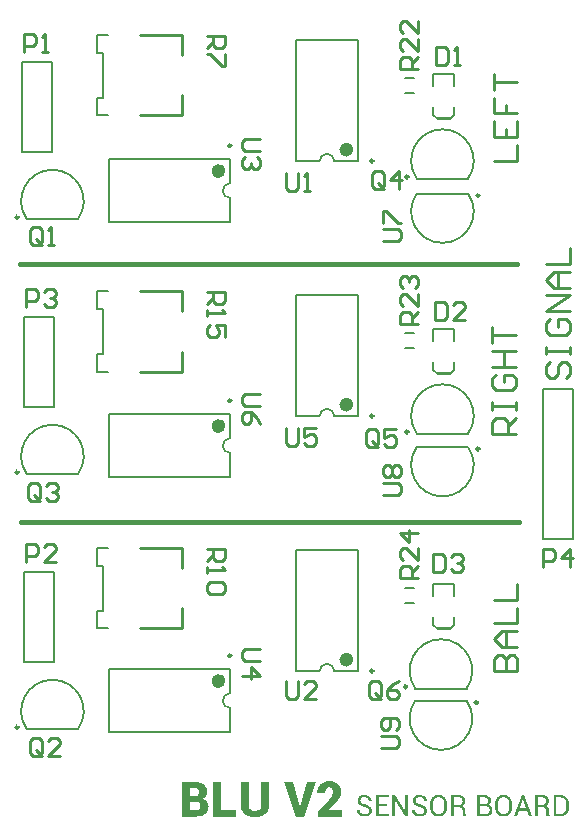
<source format=gto>
G04 Layer_Color=65535*
%FSLAX44Y44*%
%MOMM*%
G71*
G01*
G75*
%ADD27C,0.2000*%
%ADD28C,0.2500*%
%ADD29C,0.6000*%
%ADD30C,0.4000*%
%ADD31C,0.2540*%
%ADD32C,0.1270*%
G36*
X384756Y38038D02*
X385020D01*
X385284Y38009D01*
X385606Y37950D01*
X385928Y37892D01*
X386631Y37745D01*
X387392Y37511D01*
X388095Y37189D01*
X388417Y36984D01*
X388710Y36750D01*
X388739D01*
X388769Y36691D01*
X388857Y36603D01*
X388944Y36515D01*
X389062Y36369D01*
X389208Y36222D01*
X389501Y35812D01*
X389764Y35256D01*
X390028Y34612D01*
X390204Y33879D01*
X390233Y33440D01*
X390262Y33001D01*
Y32972D01*
Y32942D01*
Y32767D01*
X390233Y32503D01*
X390174Y32181D01*
X390087Y31800D01*
X389969Y31419D01*
X389794Y31010D01*
X389559Y30600D01*
X389530Y30570D01*
X389442Y30424D01*
X389267Y30248D01*
X389032Y30043D01*
X388739Y29779D01*
X388388Y29516D01*
X387978Y29252D01*
X387480Y29018D01*
X387509D01*
X387539Y28989D01*
X387714Y28930D01*
X387978Y28813D01*
X388300Y28637D01*
X388652Y28432D01*
X389003Y28169D01*
X389325Y27847D01*
X389589Y27466D01*
X389618Y27407D01*
X389677Y27290D01*
X389794Y27056D01*
X389911Y26734D01*
X390028Y26353D01*
X390145Y25914D01*
X390204Y25387D01*
X390233Y24830D01*
Y23161D01*
Y23131D01*
Y23014D01*
Y22868D01*
X390262Y22663D01*
Y22429D01*
X390321Y22194D01*
X390409Y21667D01*
Y21638D01*
X390438Y21550D01*
X390496Y21433D01*
X390555Y21286D01*
X390731Y20964D01*
X391024Y20613D01*
Y20320D01*
X388564D01*
X388534Y20349D01*
X388476Y20408D01*
X388417Y20496D01*
X388300Y20613D01*
X388212Y20789D01*
X388095Y20994D01*
X388007Y21257D01*
X387949Y21521D01*
Y21550D01*
X387919Y21667D01*
Y21814D01*
X387890Y22048D01*
X387861Y22282D01*
Y22575D01*
X387831Y23190D01*
Y24801D01*
Y24830D01*
Y24859D01*
Y25035D01*
X387802Y25299D01*
X387714Y25621D01*
X387626Y26002D01*
X387480Y26382D01*
X387275Y26763D01*
X386982Y27114D01*
X386953Y27144D01*
X386836Y27261D01*
X386631Y27407D01*
X386396Y27554D01*
X386045Y27729D01*
X385664Y27847D01*
X385225Y27964D01*
X384727Y27993D01*
X380598D01*
Y20320D01*
X378196D01*
Y38067D01*
X384581D01*
X384756Y38038D01*
D02*
G37*
G36*
X406575D02*
X406809D01*
X407072Y38009D01*
X407365Y37980D01*
X407687Y37921D01*
X408390Y37775D01*
X409123Y37570D01*
X409825Y37277D01*
X410470Y36867D01*
X410499D01*
X410528Y36808D01*
X410704Y36632D01*
X410968Y36369D01*
X411260Y35959D01*
X411553Y35461D01*
X411817Y34846D01*
X411993Y34114D01*
X412022Y33704D01*
X412051Y33265D01*
Y33206D01*
Y33059D01*
X412022Y32854D01*
X411963Y32591D01*
X411875Y32269D01*
X411729Y31917D01*
X411553Y31566D01*
X411319Y31214D01*
X411290Y31185D01*
X411202Y31068D01*
X411026Y30892D01*
X410821Y30687D01*
X410558Y30482D01*
X410235Y30248D01*
X409855Y30014D01*
X409445Y29809D01*
X409533D01*
X409620Y29779D01*
X409738Y29750D01*
X410060Y29662D01*
X410440Y29545D01*
X410880Y29340D01*
X411348Y29077D01*
X411788Y28725D01*
X412198Y28286D01*
X412256Y28227D01*
X412373Y28052D01*
X412520Y27788D01*
X412725Y27436D01*
X412901Y26997D01*
X413076Y26499D01*
X413193Y25943D01*
X413223Y25328D01*
Y25299D01*
Y25211D01*
Y25094D01*
X413193Y24918D01*
X413164Y24713D01*
X413135Y24479D01*
X413018Y23951D01*
X412842Y23337D01*
X412549Y22722D01*
X412373Y22399D01*
X412168Y22106D01*
X411934Y21843D01*
X411641Y21579D01*
X411612D01*
X411583Y21521D01*
X411465Y21462D01*
X411348Y21374D01*
X411202Y21286D01*
X410997Y21169D01*
X410763Y21081D01*
X410528Y20964D01*
X410235Y20847D01*
X409913Y20730D01*
X409562Y20613D01*
X409181Y20525D01*
X408332Y20379D01*
X407863Y20349D01*
X407365Y20320D01*
X400307D01*
Y38067D01*
X406370D01*
X406575Y38038D01*
D02*
G37*
G36*
X305332Y38302D02*
X305567Y38272D01*
X305830Y38243D01*
X306152Y38185D01*
X306474Y38126D01*
X307207Y37950D01*
X307939Y37657D01*
X308319Y37482D01*
X308671Y37247D01*
X309022Y37013D01*
X309345Y36720D01*
X309374Y36691D01*
X309403Y36662D01*
X309491Y36574D01*
X309608Y36427D01*
X309725Y36281D01*
X309872Y36105D01*
X310165Y35666D01*
X310487Y35139D01*
X310721Y34495D01*
X310838Y34143D01*
X310897Y33792D01*
X310955Y33411D01*
Y33030D01*
X310926Y32942D01*
X308642D01*
Y32972D01*
Y33001D01*
Y33089D01*
X308612Y33206D01*
X308583Y33470D01*
X308524Y33821D01*
X308378Y34231D01*
X308202Y34641D01*
X307939Y35051D01*
X307587Y35432D01*
X307529Y35461D01*
X307412Y35578D01*
X307177Y35754D01*
X306855Y35930D01*
X306474Y36105D01*
X306006Y36281D01*
X305449Y36398D01*
X304864Y36427D01*
X304600D01*
X304278Y36398D01*
X303927Y36340D01*
X303487Y36222D01*
X303077Y36076D01*
X302667Y35871D01*
X302286Y35607D01*
X302257Y35578D01*
X302140Y35461D01*
X302023Y35285D01*
X301847Y35051D01*
X301701Y34729D01*
X301554Y34377D01*
X301437Y33967D01*
X301408Y33499D01*
Y33440D01*
X301437Y33294D01*
X301467Y33089D01*
X301525Y32825D01*
X301642Y32503D01*
X301818Y32181D01*
X302052Y31859D01*
X302374Y31537D01*
X302433Y31507D01*
X302579Y31419D01*
X302814Y31273D01*
X303136Y31097D01*
X303604Y30863D01*
X304132Y30658D01*
X304805Y30424D01*
X305567Y30189D01*
X305596D01*
X305684Y30160D01*
X305830Y30131D01*
X306006Y30072D01*
X306240Y29984D01*
X306504Y29897D01*
X307089Y29692D01*
X307763Y29399D01*
X308437Y29047D01*
X309081Y28637D01*
X309403Y28403D01*
X309667Y28139D01*
X309696Y28110D01*
X309725Y28081D01*
X309784Y27993D01*
X309901Y27905D01*
X310106Y27612D01*
X310369Y27232D01*
X310633Y26734D01*
X310867Y26177D01*
X311014Y25504D01*
X311043Y25182D01*
X311072Y24801D01*
Y24771D01*
Y24713D01*
Y24596D01*
X311043Y24449D01*
X311014Y24274D01*
X310984Y24069D01*
X310867Y23571D01*
X310662Y23014D01*
X310516Y22751D01*
X310369Y22458D01*
X310165Y22165D01*
X309930Y21902D01*
X309667Y21638D01*
X309374Y21374D01*
X309345D01*
X309286Y21316D01*
X309198Y21257D01*
X309081Y21169D01*
X308905Y21081D01*
X308700Y20964D01*
X308466Y20847D01*
X308173Y20730D01*
X307880Y20613D01*
X307558Y20496D01*
X307177Y20379D01*
X306797Y20291D01*
X305918Y20144D01*
X305449Y20115D01*
X304951Y20086D01*
X304688D01*
X304512Y20115D01*
X304307D01*
X304044Y20174D01*
X303751Y20203D01*
X303429Y20261D01*
X302726Y20437D01*
X301964Y20671D01*
X301174Y21023D01*
X300793Y21257D01*
X300412Y21491D01*
X300383Y21521D01*
X300324Y21550D01*
X300236Y21638D01*
X300119Y21755D01*
X299973Y21902D01*
X299797Y22077D01*
X299621Y22282D01*
X299446Y22517D01*
X299094Y23073D01*
X298772Y23717D01*
X298655Y24098D01*
X298567Y24508D01*
X298509Y24918D01*
Y25357D01*
X298538Y25416D01*
X300822D01*
Y25387D01*
Y25357D01*
Y25269D01*
X300851Y25152D01*
X300881Y24830D01*
X300969Y24479D01*
X301144Y24039D01*
X301349Y23629D01*
X301672Y23219D01*
X301847Y23014D01*
X302082Y22839D01*
X302111D01*
X302140Y22809D01*
X302316Y22692D01*
X302579Y22546D01*
X302931Y22399D01*
X303341Y22224D01*
X303839Y22077D01*
X304366Y21960D01*
X304951Y21931D01*
X305244D01*
X305537Y21960D01*
X305947Y22019D01*
X306387Y22106D01*
X306826Y22253D01*
X307265Y22429D01*
X307675Y22692D01*
X307704Y22722D01*
X307822Y22839D01*
X307997Y23014D01*
X308173Y23249D01*
X308349Y23542D01*
X308524Y23893D01*
X308642Y24303D01*
X308671Y24771D01*
Y24830D01*
Y24976D01*
X308612Y25211D01*
X308554Y25474D01*
X308466Y25796D01*
X308290Y26148D01*
X308085Y26470D01*
X307792Y26792D01*
X307763Y26821D01*
X307617Y26939D01*
X307412Y27085D01*
X307089Y27290D01*
X306650Y27495D01*
X306152Y27729D01*
X305508Y27964D01*
X305127Y28081D01*
X304746Y28198D01*
X304717D01*
X304629Y28227D01*
X304483Y28257D01*
X304307Y28315D01*
X304073Y28403D01*
X303809Y28491D01*
X303517Y28579D01*
X303194Y28696D01*
X302521Y28959D01*
X301818Y29311D01*
X301115Y29721D01*
X300500Y30160D01*
X300471Y30189D01*
X300441Y30219D01*
X300266Y30394D01*
X300032Y30687D01*
X299768Y31068D01*
X299475Y31537D01*
X299241Y32093D01*
X299065Y32737D01*
X299036Y33089D01*
X299006Y33440D01*
Y33470D01*
Y33528D01*
Y33645D01*
X299036Y33792D01*
X299065Y33967D01*
X299094Y34172D01*
X299211Y34670D01*
X299387Y35227D01*
X299680Y35812D01*
X299885Y36105D01*
X300090Y36369D01*
X300324Y36662D01*
X300617Y36925D01*
X300646Y36955D01*
X300705Y36984D01*
X300793Y37042D01*
X300910Y37160D01*
X301086Y37247D01*
X301262Y37365D01*
X301496Y37511D01*
X301759Y37628D01*
X302052Y37775D01*
X302374Y37892D01*
X303106Y38126D01*
X303927Y38272D01*
X304395Y38302D01*
X304864Y38331D01*
X305127D01*
X305332Y38302D01*
D02*
G37*
G36*
X325276Y36164D02*
X316871D01*
Y30424D01*
X324163D01*
Y28549D01*
X316871D01*
Y22194D01*
X325423D01*
Y20320D01*
X314470D01*
Y38067D01*
X325276D01*
Y36164D01*
D02*
G37*
G36*
X455570Y38038D02*
X455834D01*
X456098Y38009D01*
X456420Y37950D01*
X456742Y37892D01*
X457445Y37745D01*
X458206Y37511D01*
X458909Y37189D01*
X459231Y36984D01*
X459524Y36750D01*
X459553D01*
X459583Y36691D01*
X459670Y36603D01*
X459758Y36515D01*
X459875Y36369D01*
X460022Y36222D01*
X460315Y35812D01*
X460578Y35256D01*
X460842Y34612D01*
X461018Y33879D01*
X461047Y33440D01*
X461076Y33001D01*
Y32972D01*
Y32942D01*
Y32767D01*
X461047Y32503D01*
X460988Y32181D01*
X460901Y31800D01*
X460783Y31419D01*
X460608Y31010D01*
X460373Y30600D01*
X460344Y30570D01*
X460256Y30424D01*
X460080Y30248D01*
X459846Y30043D01*
X459553Y29779D01*
X459202Y29516D01*
X458792Y29252D01*
X458294Y29018D01*
X458323D01*
X458353Y28989D01*
X458528Y28930D01*
X458792Y28813D01*
X459114Y28637D01*
X459465Y28432D01*
X459817Y28169D01*
X460139Y27847D01*
X460403Y27466D01*
X460432Y27407D01*
X460490Y27290D01*
X460608Y27056D01*
X460725Y26734D01*
X460842Y26353D01*
X460959Y25914D01*
X461018Y25387D01*
X461047Y24830D01*
Y23161D01*
Y23131D01*
Y23014D01*
Y22868D01*
X461076Y22663D01*
Y22429D01*
X461135Y22194D01*
X461223Y21667D01*
Y21638D01*
X461252Y21550D01*
X461311Y21433D01*
X461369Y21286D01*
X461545Y20964D01*
X461838Y20613D01*
Y20320D01*
X459378D01*
X459348Y20349D01*
X459290Y20408D01*
X459231Y20496D01*
X459114Y20613D01*
X459026Y20789D01*
X458909Y20994D01*
X458821Y21257D01*
X458763Y21521D01*
Y21550D01*
X458733Y21667D01*
Y21814D01*
X458704Y22048D01*
X458675Y22282D01*
Y22575D01*
X458646Y23190D01*
Y24801D01*
Y24830D01*
Y24859D01*
Y25035D01*
X458616Y25299D01*
X458528Y25621D01*
X458441Y26002D01*
X458294Y26382D01*
X458089Y26763D01*
X457796Y27114D01*
X457767Y27144D01*
X457650Y27261D01*
X457445Y27407D01*
X457211Y27554D01*
X456859Y27729D01*
X456478Y27847D01*
X456039Y27964D01*
X455541Y27993D01*
X451412D01*
Y20320D01*
X449010D01*
Y38067D01*
X455395D01*
X455570Y38038D01*
D02*
G37*
G36*
X471092D02*
X471385Y38009D01*
X471707Y37950D01*
X472088Y37892D01*
X472527Y37804D01*
X472937Y37687D01*
X473406Y37540D01*
X473874Y37365D01*
X474343Y37160D01*
X474812Y36925D01*
X475251Y36632D01*
X475690Y36310D01*
X476100Y35930D01*
X476129Y35900D01*
X476188Y35842D01*
X476305Y35724D01*
X476422Y35549D01*
X476598Y35344D01*
X476774Y35080D01*
X476949Y34787D01*
X477154Y34436D01*
X477359Y34055D01*
X477535Y33645D01*
X477711Y33177D01*
X477887Y32708D01*
X478004Y32181D01*
X478121Y31595D01*
X478179Y31010D01*
X478209Y30394D01*
Y27964D01*
Y27934D01*
Y27817D01*
Y27641D01*
X478179Y27407D01*
X478150Y27114D01*
X478092Y26763D01*
X478033Y26411D01*
X477945Y26002D01*
X477828Y25562D01*
X477682Y25123D01*
X477535Y24654D01*
X477330Y24186D01*
X477066Y23747D01*
X476803Y23278D01*
X476481Y22839D01*
X476100Y22429D01*
X476071Y22399D01*
X476012Y22341D01*
X475895Y22224D01*
X475719Y22106D01*
X475514Y21931D01*
X475251Y21755D01*
X474958Y21579D01*
X474607Y21374D01*
X474226Y21169D01*
X473816Y20994D01*
X473347Y20818D01*
X472849Y20642D01*
X472322Y20525D01*
X471736Y20408D01*
X471151Y20349D01*
X470506Y20320D01*
X464913D01*
Y38067D01*
X470829D01*
X471092Y38038D01*
D02*
G37*
G36*
X446433Y20320D02*
X443973D01*
X442421Y24889D01*
X435714D01*
X434133Y20320D01*
X431673D01*
X438087Y38067D01*
X440137D01*
X446433Y20320D01*
D02*
G37*
G36*
X341706D02*
X339304D01*
X330753Y33879D01*
X330665Y33850D01*
Y20320D01*
X328263D01*
Y38067D01*
X330665D01*
X339216Y24508D01*
X339304Y24537D01*
Y38067D01*
X341706D01*
Y20320D01*
D02*
G37*
G36*
X423033Y38302D02*
X423326Y38272D01*
X423619Y38214D01*
X423971Y38155D01*
X424381Y38067D01*
X424761Y37950D01*
X425201Y37804D01*
X425640Y37628D01*
X426079Y37423D01*
X426489Y37160D01*
X426929Y36867D01*
X427339Y36545D01*
X427719Y36164D01*
X427749Y36135D01*
X427807Y36076D01*
X427895Y35959D01*
X428041Y35783D01*
X428188Y35578D01*
X428364Y35315D01*
X428539Y35022D01*
X428744Y34699D01*
X428920Y34319D01*
X429096Y33909D01*
X429272Y33470D01*
X429418Y32972D01*
X429564Y32474D01*
X429652Y31917D01*
X429711Y31361D01*
X429740Y30746D01*
Y27612D01*
Y27583D01*
Y27466D01*
Y27290D01*
X429711Y27056D01*
X429682Y26792D01*
X429623Y26470D01*
X429564Y26089D01*
X429477Y25709D01*
X429389Y25299D01*
X429242Y24859D01*
X429096Y24391D01*
X428891Y23951D01*
X428656Y23483D01*
X428393Y23044D01*
X428071Y22604D01*
X427719Y22194D01*
X427690Y22165D01*
X427631Y22106D01*
X427514Y21989D01*
X427368Y21872D01*
X427163Y21697D01*
X426929Y21521D01*
X426636Y21345D01*
X426314Y21140D01*
X425962Y20935D01*
X425581Y20759D01*
X425142Y20584D01*
X424674Y20408D01*
X424176Y20291D01*
X423648Y20174D01*
X423092Y20115D01*
X422506Y20086D01*
X422360D01*
X422214Y20115D01*
X421979D01*
X421716Y20144D01*
X421423Y20203D01*
X421071Y20261D01*
X420691Y20349D01*
X420310Y20466D01*
X419900Y20613D01*
X419461Y20759D01*
X419051Y20964D01*
X418641Y21228D01*
X418201Y21491D01*
X417821Y21814D01*
X417440Y22194D01*
X417411Y22224D01*
X417352Y22282D01*
X417264Y22429D01*
X417147Y22575D01*
X417001Y22780D01*
X416825Y23044D01*
X416649Y23337D01*
X416473Y23688D01*
X416298Y24039D01*
X416122Y24449D01*
X415946Y24889D01*
X415800Y25387D01*
X415683Y25884D01*
X415595Y26441D01*
X415536Y26997D01*
X415507Y27612D01*
Y30746D01*
Y30775D01*
Y30892D01*
Y31068D01*
X415536Y31302D01*
X415565Y31566D01*
X415624Y31888D01*
X415683Y32239D01*
X415741Y32650D01*
X415975Y33499D01*
X416122Y33938D01*
X416327Y34407D01*
X416532Y34846D01*
X416796Y35315D01*
X417088Y35754D01*
X417440Y36164D01*
X417469Y36193D01*
X417528Y36252D01*
X417645Y36369D01*
X417791Y36515D01*
X417996Y36662D01*
X418231Y36837D01*
X418494Y37042D01*
X418787Y37247D01*
X419138Y37452D01*
X419519Y37657D01*
X419929Y37833D01*
X420398Y37980D01*
X420866Y38126D01*
X421394Y38243D01*
X421921Y38302D01*
X422506Y38331D01*
X422828D01*
X423033Y38302D01*
D02*
G37*
G36*
X224377Y30269D02*
Y30220D01*
Y30025D01*
Y29781D01*
X224328Y29439D01*
X224280Y29000D01*
X224182Y28512D01*
X224084Y27975D01*
X223938Y27389D01*
X223792Y26754D01*
X223547Y26120D01*
X223255Y25436D01*
X222962Y24753D01*
X222522Y24118D01*
X222083Y23483D01*
X221546Y22898D01*
X220960Y22312D01*
X220911Y22263D01*
X220814Y22214D01*
X220618Y22068D01*
X220374Y21872D01*
X220033Y21677D01*
X219593Y21433D01*
X219154Y21140D01*
X218617Y20896D01*
X217982Y20652D01*
X217347Y20359D01*
X216615Y20115D01*
X215834Y19920D01*
X215004Y19724D01*
X214125Y19627D01*
X213149Y19529D01*
X212173Y19480D01*
X211636D01*
X211245Y19529D01*
X210806Y19578D01*
X210269Y19627D01*
X209683Y19724D01*
X208999Y19822D01*
X207584Y20164D01*
X206851Y20408D01*
X206119Y20701D01*
X205387Y20994D01*
X204655Y21384D01*
X203971Y21824D01*
X203288Y22312D01*
X203239Y22361D01*
X203141Y22458D01*
X202995Y22605D01*
X202751Y22849D01*
X202507Y23142D01*
X202214Y23483D01*
X201921Y23923D01*
X201628Y24411D01*
X201286Y24948D01*
X200993Y25534D01*
X200700Y26168D01*
X200456Y26901D01*
X200212Y27633D01*
X200066Y28463D01*
X199968Y29342D01*
X199919Y30269D01*
Y49455D01*
X206803D01*
Y30269D01*
Y30220D01*
Y30172D01*
Y30025D01*
Y29830D01*
X206900Y29342D01*
X206998Y28707D01*
X207144Y28072D01*
X207388Y27389D01*
X207730Y26706D01*
X208218Y26120D01*
X208267Y26071D01*
X208511Y25924D01*
X208804Y25680D01*
X209244Y25436D01*
X209829Y25143D01*
X210513Y24948D01*
X211294Y24753D01*
X212173Y24704D01*
X212563D01*
X213051Y24801D01*
X213588Y24899D01*
X214223Y25046D01*
X214858Y25290D01*
X215492Y25631D01*
X216078Y26071D01*
X216127Y26120D01*
X216322Y26315D01*
X216518Y26657D01*
X216810Y27145D01*
X217055Y27731D01*
X217299Y28463D01*
X217445Y29293D01*
X217494Y30269D01*
Y49455D01*
X224377D01*
Y30269D01*
D02*
G37*
G36*
X368005Y38302D02*
X368298Y38272D01*
X368590Y38214D01*
X368942Y38155D01*
X369352Y38067D01*
X369733Y37950D01*
X370172Y37804D01*
X370611Y37628D01*
X371050Y37423D01*
X371460Y37160D01*
X371900Y36867D01*
X372310Y36545D01*
X372691Y36164D01*
X372720Y36135D01*
X372778Y36076D01*
X372866Y35959D01*
X373013Y35783D01*
X373159Y35578D01*
X373335Y35315D01*
X373511Y35022D01*
X373716Y34699D01*
X373891Y34319D01*
X374067Y33909D01*
X374243Y33470D01*
X374389Y32972D01*
X374535Y32474D01*
X374623Y31917D01*
X374682Y31361D01*
X374711Y30746D01*
Y27612D01*
Y27583D01*
Y27466D01*
Y27290D01*
X374682Y27056D01*
X374653Y26792D01*
X374594Y26470D01*
X374535Y26089D01*
X374448Y25709D01*
X374360Y25299D01*
X374213Y24859D01*
X374067Y24391D01*
X373862Y23951D01*
X373628Y23483D01*
X373364Y23044D01*
X373042Y22604D01*
X372691Y22194D01*
X372661Y22165D01*
X372603Y22106D01*
X372486Y21989D01*
X372339Y21872D01*
X372134Y21697D01*
X371900Y21521D01*
X371607Y21345D01*
X371285Y21140D01*
X370933Y20935D01*
X370553Y20759D01*
X370113Y20584D01*
X369645Y20408D01*
X369147Y20291D01*
X368620Y20174D01*
X368063Y20115D01*
X367478Y20086D01*
X367331D01*
X367185Y20115D01*
X366950D01*
X366687Y20144D01*
X366394Y20203D01*
X366043Y20261D01*
X365662Y20349D01*
X365281Y20466D01*
X364871Y20613D01*
X364432Y20759D01*
X364022Y20964D01*
X363612Y21228D01*
X363172Y21491D01*
X362792Y21814D01*
X362411Y22194D01*
X362382Y22224D01*
X362323Y22282D01*
X362235Y22429D01*
X362118Y22575D01*
X361972Y22780D01*
X361796Y23044D01*
X361620Y23337D01*
X361445Y23688D01*
X361269Y24039D01*
X361093Y24449D01*
X360918Y24889D01*
X360771Y25387D01*
X360654Y25884D01*
X360566Y26441D01*
X360508Y26997D01*
X360478Y27612D01*
Y30746D01*
Y30775D01*
Y30892D01*
Y31068D01*
X360508Y31302D01*
X360537Y31566D01*
X360595Y31888D01*
X360654Y32239D01*
X360713Y32650D01*
X360947Y33499D01*
X361093Y33938D01*
X361298Y34407D01*
X361503Y34846D01*
X361767Y35315D01*
X362060Y35754D01*
X362411Y36164D01*
X362440Y36193D01*
X362499Y36252D01*
X362616Y36369D01*
X362762Y36515D01*
X362967Y36662D01*
X363202Y36837D01*
X363465Y37042D01*
X363758Y37247D01*
X364110Y37452D01*
X364490Y37657D01*
X364900Y37833D01*
X365369Y37980D01*
X365838Y38126D01*
X366365Y38243D01*
X366892Y38302D01*
X367478Y38331D01*
X367800D01*
X368005Y38302D01*
D02*
G37*
G36*
X253864Y19871D02*
X246443D01*
X236924Y49455D01*
X244100D01*
X249861Y27877D01*
X250056Y26803D01*
X250203D01*
X250398Y27780D01*
X256256Y49455D01*
X263481D01*
X253864Y19871D01*
D02*
G37*
G36*
X160864Y49406D02*
X161304D01*
X161840Y49357D01*
X162426Y49309D01*
X163061Y49211D01*
X164477Y48967D01*
X165892Y48576D01*
X167259Y48088D01*
X167943Y47746D01*
X168529Y47405D01*
X168577D01*
X168675Y47307D01*
X168822Y47209D01*
X169017Y47014D01*
X169505Y46526D01*
X170091Y45891D01*
X170677Y45012D01*
X171165Y43987D01*
X171360Y43353D01*
X171507Y42718D01*
X171604Y42035D01*
X171653Y41302D01*
Y41205D01*
Y40960D01*
X171604Y40570D01*
X171555Y40033D01*
X171409Y39447D01*
X171262Y38812D01*
X171018Y38178D01*
X170677Y37543D01*
X170628Y37494D01*
X170481Y37299D01*
X170237Y37006D01*
X169944Y36616D01*
X169505Y36225D01*
X168968Y35835D01*
X168333Y35444D01*
X167601Y35102D01*
X167650D01*
X167699Y35054D01*
X167845D01*
X168041Y35005D01*
X168480Y34809D01*
X169066Y34565D01*
X169700Y34272D01*
X170384Y33833D01*
X170970Y33345D01*
X171507Y32710D01*
X171555Y32613D01*
X171702Y32417D01*
X171897Y32027D01*
X172141Y31539D01*
X172385Y30953D01*
X172581Y30220D01*
X172727Y29439D01*
X172776Y28609D01*
Y28561D01*
Y28414D01*
Y28219D01*
X172727Y27877D01*
X172678Y27535D01*
X172629Y27096D01*
X172434Y26168D01*
X172044Y25094D01*
X171848Y24557D01*
X171555Y24020D01*
X171214Y23483D01*
X170823Y22995D01*
X170384Y22507D01*
X169847Y22068D01*
X169798D01*
X169700Y21970D01*
X169554Y21872D01*
X169310Y21726D01*
X169017Y21579D01*
X168675Y21384D01*
X168236Y21189D01*
X167747Y20994D01*
X167162Y20750D01*
X166576Y20554D01*
X165892Y20359D01*
X165111Y20213D01*
X164330Y20066D01*
X163451Y19969D01*
X162524Y19920D01*
X161548Y19871D01*
X150270D01*
Y49455D01*
X160473D01*
X160864Y49406D01*
D02*
G37*
G36*
X352015Y38302D02*
X352249Y38272D01*
X352512Y38243D01*
X352835Y38185D01*
X353157Y38126D01*
X353889Y37950D01*
X354621Y37657D01*
X355002Y37482D01*
X355353Y37247D01*
X355704Y37013D01*
X356027Y36720D01*
X356056Y36691D01*
X356085Y36662D01*
X356173Y36574D01*
X356290Y36427D01*
X356407Y36281D01*
X356554Y36105D01*
X356847Y35666D01*
X357169Y35139D01*
X357403Y34495D01*
X357520Y34143D01*
X357579Y33792D01*
X357637Y33411D01*
Y33030D01*
X357608Y32942D01*
X355324D01*
Y32972D01*
Y33001D01*
Y33089D01*
X355294Y33206D01*
X355265Y33470D01*
X355207Y33821D01*
X355060Y34231D01*
X354884Y34641D01*
X354621Y35051D01*
X354269Y35432D01*
X354211Y35461D01*
X354094Y35578D01*
X353859Y35754D01*
X353537Y35930D01*
X353157Y36105D01*
X352688Y36281D01*
X352132Y36398D01*
X351546Y36427D01*
X351282D01*
X350960Y36398D01*
X350609Y36340D01*
X350169Y36222D01*
X349759Y36076D01*
X349349Y35871D01*
X348969Y35607D01*
X348939Y35578D01*
X348822Y35461D01*
X348705Y35285D01*
X348529Y35051D01*
X348383Y34729D01*
X348237Y34377D01*
X348119Y33967D01*
X348090Y33499D01*
Y33440D01*
X348119Y33294D01*
X348149Y33089D01*
X348207Y32825D01*
X348324Y32503D01*
X348500Y32181D01*
X348734Y31859D01*
X349057Y31537D01*
X349115Y31507D01*
X349262Y31419D01*
X349496Y31273D01*
X349818Y31097D01*
X350287Y30863D01*
X350814Y30658D01*
X351487Y30424D01*
X352249Y30189D01*
X352278D01*
X352366Y30160D01*
X352512Y30131D01*
X352688Y30072D01*
X352922Y29984D01*
X353186Y29897D01*
X353772Y29692D01*
X354445Y29399D01*
X355119Y29047D01*
X355763Y28637D01*
X356085Y28403D01*
X356349Y28139D01*
X356378Y28110D01*
X356407Y28081D01*
X356466Y27993D01*
X356583Y27905D01*
X356788Y27612D01*
X357052Y27232D01*
X357315Y26734D01*
X357550Y26177D01*
X357696Y25504D01*
X357725Y25182D01*
X357755Y24801D01*
Y24771D01*
Y24713D01*
Y24596D01*
X357725Y24449D01*
X357696Y24274D01*
X357667Y24069D01*
X357550Y23571D01*
X357345Y23014D01*
X357198Y22751D01*
X357052Y22458D01*
X356847Y22165D01*
X356612Y21902D01*
X356349Y21638D01*
X356056Y21374D01*
X356027D01*
X355968Y21316D01*
X355880Y21257D01*
X355763Y21169D01*
X355587Y21081D01*
X355382Y20964D01*
X355148Y20847D01*
X354855Y20730D01*
X354562Y20613D01*
X354240Y20496D01*
X353859Y20379D01*
X353479Y20291D01*
X352600Y20144D01*
X352132Y20115D01*
X351634Y20086D01*
X351370D01*
X351194Y20115D01*
X350989D01*
X350726Y20174D01*
X350433Y20203D01*
X350111Y20261D01*
X349408Y20437D01*
X348647Y20671D01*
X347856Y21023D01*
X347475Y21257D01*
X347094Y21491D01*
X347065Y21521D01*
X347006Y21550D01*
X346919Y21638D01*
X346801Y21755D01*
X346655Y21902D01*
X346479Y22077D01*
X346304Y22282D01*
X346128Y22517D01*
X345776Y23073D01*
X345454Y23717D01*
X345337Y24098D01*
X345249Y24508D01*
X345191Y24918D01*
Y25357D01*
X345220Y25416D01*
X347504D01*
Y25387D01*
Y25357D01*
Y25269D01*
X347534Y25152D01*
X347563Y24830D01*
X347651Y24479D01*
X347826Y24039D01*
X348032Y23629D01*
X348354Y23219D01*
X348529Y23014D01*
X348764Y22839D01*
X348793D01*
X348822Y22809D01*
X348998Y22692D01*
X349262Y22546D01*
X349613Y22399D01*
X350023Y22224D01*
X350521Y22077D01*
X351048Y21960D01*
X351634Y21931D01*
X351927D01*
X352220Y21960D01*
X352630Y22019D01*
X353069Y22106D01*
X353508Y22253D01*
X353947Y22429D01*
X354357Y22692D01*
X354387Y22722D01*
X354504Y22839D01*
X354679Y23014D01*
X354855Y23249D01*
X355031Y23542D01*
X355207Y23893D01*
X355324Y24303D01*
X355353Y24771D01*
Y24830D01*
Y24976D01*
X355294Y25211D01*
X355236Y25474D01*
X355148Y25796D01*
X354972Y26148D01*
X354767Y26470D01*
X354474Y26792D01*
X354445Y26821D01*
X354299Y26939D01*
X354094Y27085D01*
X353772Y27290D01*
X353332Y27495D01*
X352835Y27729D01*
X352190Y27964D01*
X351810Y28081D01*
X351429Y28198D01*
X351399D01*
X351312Y28227D01*
X351165Y28257D01*
X350989Y28315D01*
X350755Y28403D01*
X350492Y28491D01*
X350199Y28579D01*
X349877Y28696D01*
X349203Y28959D01*
X348500Y29311D01*
X347797Y29721D01*
X347182Y30160D01*
X347153Y30189D01*
X347124Y30219D01*
X346948Y30394D01*
X346714Y30687D01*
X346450Y31068D01*
X346157Y31537D01*
X345923Y32093D01*
X345747Y32737D01*
X345718Y33089D01*
X345689Y33440D01*
Y33470D01*
Y33528D01*
Y33645D01*
X345718Y33792D01*
X345747Y33967D01*
X345776Y34172D01*
X345894Y34670D01*
X346069Y35227D01*
X346362Y35812D01*
X346567Y36105D01*
X346772Y36369D01*
X347006Y36662D01*
X347299Y36925D01*
X347329Y36955D01*
X347387Y36984D01*
X347475Y37042D01*
X347592Y37160D01*
X347768Y37247D01*
X347944Y37365D01*
X348178Y37511D01*
X348442Y37628D01*
X348734Y37775D01*
X349057Y37892D01*
X349789Y38126D01*
X350609Y38272D01*
X351077Y38302D01*
X351546Y38331D01*
X351810D01*
X352015Y38302D01*
D02*
G37*
G36*
X275735Y49846D02*
X276125D01*
X276614Y49748D01*
X277102Y49699D01*
X277687Y49601D01*
X278908Y49309D01*
X280128Y48869D01*
X280763Y48625D01*
X281349Y48283D01*
X281886Y47942D01*
X282423Y47502D01*
X282472Y47453D01*
X282521Y47405D01*
X282667Y47258D01*
X282813Y47063D01*
X283057Y46819D01*
X283253Y46526D01*
X283497Y46184D01*
X283741Y45794D01*
X283985Y45354D01*
X284229Y44866D01*
X284669Y43694D01*
X284961Y42425D01*
X285010Y41693D01*
X285059Y40912D01*
Y40863D01*
Y40765D01*
Y40619D01*
Y40423D01*
X284961Y39935D01*
X284864Y39252D01*
X284717Y38471D01*
X284424Y37641D01*
X284083Y36762D01*
X283595Y35932D01*
X283546Y35835D01*
X283448Y35688D01*
X283302Y35542D01*
X283155Y35298D01*
X282911Y35054D01*
X282667Y34712D01*
X282374Y34321D01*
X282032Y33882D01*
X281642Y33442D01*
X281202Y32905D01*
X280714Y32320D01*
X280177Y31685D01*
X279591Y31050D01*
X278908Y30318D01*
X278225Y29537D01*
X274612Y25241D01*
X274661Y25143D01*
X286084D01*
Y19871D01*
X265532D01*
Y24313D01*
X274612Y34321D01*
Y34370D01*
X274709Y34419D01*
X274905Y34663D01*
X275247Y35054D01*
X275637Y35591D01*
X276077Y36128D01*
X276516Y36762D01*
X276955Y37397D01*
X277297Y38031D01*
X277346Y38080D01*
X277443Y38324D01*
X277590Y38617D01*
X277736Y39008D01*
X277883Y39447D01*
X278029Y39887D01*
X278127Y40375D01*
X278176Y40863D01*
Y40960D01*
Y41156D01*
X278127Y41449D01*
X278078Y41839D01*
X277980Y42279D01*
X277834Y42718D01*
X277639Y43157D01*
X277395Y43548D01*
X277346Y43597D01*
X277248Y43694D01*
X277053Y43890D01*
X276809Y44085D01*
X276467Y44231D01*
X276028Y44427D01*
X275491Y44524D01*
X274905Y44573D01*
X274661D01*
X274368Y44524D01*
X273977Y44427D01*
X273587Y44231D01*
X273196Y44036D01*
X272757Y43694D01*
X272415Y43255D01*
X272366Y43206D01*
X272269Y43011D01*
X272122Y42767D01*
X271976Y42376D01*
X271829Y41888D01*
X271683Y41302D01*
X271585Y40668D01*
X271536Y39935D01*
X264799D01*
X264750Y40082D01*
Y40131D01*
Y40277D01*
Y40472D01*
X264799Y40765D01*
Y41107D01*
X264848Y41546D01*
X264946Y41986D01*
X265043Y42474D01*
X265385Y43597D01*
X265580Y44134D01*
X265825Y44720D01*
X266166Y45305D01*
X266508Y45891D01*
X266947Y46477D01*
X267435Y47014D01*
X267484Y47063D01*
X267582Y47161D01*
X267728Y47258D01*
X267973Y47453D01*
X268217Y47698D01*
X268558Y47942D01*
X268998Y48186D01*
X269437Y48479D01*
X269925Y48723D01*
X270511Y48967D01*
X271097Y49211D01*
X271780Y49455D01*
X272513Y49650D01*
X273245Y49748D01*
X274075Y49846D01*
X274905Y49894D01*
X275393D01*
X275735Y49846D01*
D02*
G37*
G36*
X183711Y25143D02*
X196404D01*
Y19871D01*
X176828D01*
Y49455D01*
X183711D01*
Y25143D01*
D02*
G37*
%LPC*%
G36*
X367478Y36340D02*
X367273D01*
X367126Y36310D01*
X366950Y36281D01*
X366745Y36252D01*
X366277Y36135D01*
X365720Y35959D01*
X365164Y35695D01*
X364900Y35519D01*
X364608Y35315D01*
X364344Y35051D01*
X364110Y34787D01*
Y34758D01*
X364051Y34729D01*
X363993Y34641D01*
X363905Y34495D01*
X363817Y34348D01*
X363729Y34172D01*
X363612Y33938D01*
X363495Y33704D01*
X363260Y33118D01*
X363085Y32445D01*
X362938Y31654D01*
X362880Y30775D01*
Y27612D01*
Y27583D01*
Y27495D01*
Y27378D01*
X362909Y27202D01*
Y26997D01*
X362938Y26734D01*
X363026Y26177D01*
X363172Y25533D01*
X363407Y24859D01*
X363700Y24186D01*
X364110Y23571D01*
X364139Y23542D01*
X364168Y23512D01*
X364344Y23337D01*
X364608Y23073D01*
X365018Y22809D01*
X365486Y22517D01*
X366072Y22253D01*
X366716Y22077D01*
X367097Y22048D01*
X367478Y22019D01*
X367683D01*
X367858Y22048D01*
X368034Y22077D01*
X368239Y22106D01*
X368766Y22224D01*
X369323Y22399D01*
X369908Y22663D01*
X370201Y22839D01*
X370465Y23073D01*
X370728Y23307D01*
X370992Y23571D01*
X371021Y23600D01*
X371050Y23629D01*
X371109Y23717D01*
X371197Y23864D01*
X371285Y24010D01*
X371402Y24186D01*
X371519Y24420D01*
X371665Y24654D01*
X371900Y25240D01*
X372105Y25943D01*
X372251Y26734D01*
X372310Y27144D01*
Y27612D01*
Y30775D01*
Y30805D01*
Y30892D01*
Y31010D01*
X372281Y31185D01*
Y31390D01*
X372251Y31625D01*
X372134Y32210D01*
X371988Y32825D01*
X371753Y33499D01*
X371431Y34172D01*
X371226Y34495D01*
X370992Y34787D01*
Y34817D01*
X370933Y34846D01*
X370845Y34934D01*
X370758Y35022D01*
X370465Y35285D01*
X370055Y35578D01*
X369557Y35842D01*
X368942Y36105D01*
X368268Y36281D01*
X367888Y36310D01*
X367478Y36340D01*
D02*
G37*
G36*
X406106Y36164D02*
X402709D01*
Y30512D01*
X406838D01*
X407072Y30541D01*
X407395Y30600D01*
X407746Y30687D01*
X408097Y30834D01*
X408449Y31010D01*
X408800Y31244D01*
X408830Y31273D01*
X408947Y31390D01*
X409064Y31566D01*
X409240Y31800D01*
X409386Y32093D01*
X409533Y32445D01*
X409620Y32854D01*
X409650Y33323D01*
Y33352D01*
Y33382D01*
Y33557D01*
X409591Y33821D01*
X409533Y34143D01*
X409415Y34465D01*
X409269Y34846D01*
X409035Y35168D01*
X408713Y35461D01*
X408683Y35490D01*
X408537Y35578D01*
X408332Y35695D01*
X408039Y35812D01*
X407687Y35930D01*
X407219Y36047D01*
X406721Y36135D01*
X406106Y36164D01*
D02*
G37*
G36*
X455102D02*
X451412D01*
Y29897D01*
X455160D01*
X455541Y29926D01*
X455980Y29984D01*
X456449Y30072D01*
X456947Y30219D01*
X457386Y30394D01*
X457767Y30658D01*
X457796Y30687D01*
X457913Y30805D01*
X458060Y30980D01*
X458236Y31244D01*
X458382Y31595D01*
X458528Y32005D01*
X458646Y32474D01*
X458675Y33030D01*
Y33059D01*
Y33089D01*
Y33265D01*
X458616Y33557D01*
X458558Y33879D01*
X458470Y34260D01*
X458294Y34641D01*
X458089Y35022D01*
X457796Y35344D01*
X457767Y35373D01*
X457650Y35461D01*
X457445Y35607D01*
X457152Y35754D01*
X456771Y35900D01*
X456303Y36047D01*
X455746Y36135D01*
X455102Y36164D01*
D02*
G37*
G36*
X159937Y44183D02*
X157154D01*
Y37104D01*
X160229D01*
X160669Y37153D01*
X161255Y37201D01*
X161840Y37299D01*
X162475Y37494D01*
X163061Y37690D01*
X163549Y37983D01*
X163598Y38031D01*
X163744Y38129D01*
X163940Y38373D01*
X164184Y38617D01*
X164379Y39008D01*
X164574Y39447D01*
X164721Y39984D01*
X164770Y40570D01*
Y40668D01*
Y40863D01*
X164721Y41205D01*
X164623Y41595D01*
X164477Y42035D01*
X164233Y42523D01*
X163940Y42913D01*
X163549Y43304D01*
X163500Y43353D01*
X163354Y43450D01*
X163061Y43597D01*
X162670Y43743D01*
X162133Y43890D01*
X161548Y44036D01*
X160815Y44134D01*
X159937Y44183D01*
D02*
G37*
G36*
X161792Y32564D02*
X157154D01*
Y25143D01*
X161889D01*
X162280Y25192D01*
X162768Y25241D01*
X163305Y25338D01*
X163842Y25485D01*
X164379Y25680D01*
X164818Y25973D01*
X164867Y26022D01*
X165014Y26120D01*
X165160Y26364D01*
X165404Y26657D01*
X165599Y26998D01*
X165746Y27487D01*
X165892Y28024D01*
X165941Y28658D01*
Y28756D01*
Y28951D01*
X165892Y29293D01*
X165844Y29732D01*
X165697Y30220D01*
X165551Y30660D01*
X165307Y31148D01*
X164965Y31539D01*
X164916Y31587D01*
X164770Y31685D01*
X164526Y31831D01*
X164184Y32027D01*
X163744Y32222D01*
X163207Y32368D01*
X162573Y32515D01*
X161792Y32564D01*
D02*
G37*
G36*
X384288Y36164D02*
X380598D01*
Y29897D01*
X384346D01*
X384727Y29926D01*
X385166Y29984D01*
X385635Y30072D01*
X386133Y30219D01*
X386572Y30394D01*
X386953Y30658D01*
X386982Y30687D01*
X387099Y30805D01*
X387246Y30980D01*
X387421Y31244D01*
X387568Y31595D01*
X387714Y32005D01*
X387831Y32474D01*
X387861Y33030D01*
Y33059D01*
Y33089D01*
Y33265D01*
X387802Y33557D01*
X387744Y33879D01*
X387656Y34260D01*
X387480Y34641D01*
X387275Y35022D01*
X386982Y35344D01*
X386953Y35373D01*
X386836Y35461D01*
X386631Y35607D01*
X386338Y35754D01*
X385957Y35900D01*
X385489Y36047D01*
X384932Y36135D01*
X384288Y36164D01*
D02*
G37*
G36*
X407395Y28637D02*
X402709D01*
Y22194D01*
X407629D01*
X407922Y22224D01*
X408302Y22282D01*
X408713Y22399D01*
X409123Y22517D01*
X409533Y22722D01*
X409913Y22985D01*
X409943Y23014D01*
X410060Y23131D01*
X410206Y23337D01*
X410382Y23571D01*
X410528Y23922D01*
X410675Y24303D01*
X410792Y24771D01*
X410821Y25299D01*
Y25328D01*
Y25357D01*
Y25533D01*
X410763Y25796D01*
X410704Y26148D01*
X410587Y26529D01*
X410440Y26909D01*
X410206Y27319D01*
X409884Y27671D01*
X409855Y27700D01*
X409708Y27817D01*
X409503Y27964D01*
X409240Y28139D01*
X408888Y28315D01*
X408449Y28462D01*
X407951Y28579D01*
X407395Y28637D01*
D02*
G37*
G36*
X422506Y36340D02*
X422301D01*
X422155Y36310D01*
X421979Y36281D01*
X421774Y36252D01*
X421306Y36135D01*
X420749Y35959D01*
X420193Y35695D01*
X419929Y35519D01*
X419636Y35315D01*
X419373Y35051D01*
X419138Y34787D01*
Y34758D01*
X419080Y34729D01*
X419021Y34641D01*
X418933Y34495D01*
X418846Y34348D01*
X418758Y34172D01*
X418641Y33938D01*
X418523Y33704D01*
X418289Y33118D01*
X418113Y32445D01*
X417967Y31654D01*
X417908Y30775D01*
Y27612D01*
Y27583D01*
Y27495D01*
Y27378D01*
X417938Y27202D01*
Y26997D01*
X417967Y26734D01*
X418055Y26177D01*
X418201Y25533D01*
X418436Y24859D01*
X418728Y24186D01*
X419138Y23571D01*
X419168Y23542D01*
X419197Y23512D01*
X419373Y23337D01*
X419636Y23073D01*
X420046Y22809D01*
X420515Y22517D01*
X421101Y22253D01*
X421745Y22077D01*
X422126Y22048D01*
X422506Y22019D01*
X422711D01*
X422887Y22048D01*
X423063Y22077D01*
X423268Y22106D01*
X423795Y22224D01*
X424351Y22399D01*
X424937Y22663D01*
X425230Y22839D01*
X425494Y23073D01*
X425757Y23307D01*
X426021Y23571D01*
X426050Y23600D01*
X426079Y23629D01*
X426138Y23717D01*
X426226Y23864D01*
X426314Y24010D01*
X426431Y24186D01*
X426548Y24420D01*
X426694Y24654D01*
X426929Y25240D01*
X427134Y25943D01*
X427280Y26734D01*
X427339Y27144D01*
Y27612D01*
Y30775D01*
Y30805D01*
Y30892D01*
Y31010D01*
X427309Y31185D01*
Y31390D01*
X427280Y31625D01*
X427163Y32210D01*
X427016Y32825D01*
X426782Y33499D01*
X426460Y34172D01*
X426255Y34495D01*
X426021Y34787D01*
Y34817D01*
X425962Y34846D01*
X425874Y34934D01*
X425786Y35022D01*
X425494Y35285D01*
X425084Y35578D01*
X424586Y35842D01*
X423971Y36105D01*
X423297Y36281D01*
X422916Y36310D01*
X422506Y36340D01*
D02*
G37*
G36*
X439141Y34524D02*
X439053D01*
X436417Y26880D01*
X441718D01*
X439141Y34524D01*
D02*
G37*
G36*
X470506Y36164D02*
X467314D01*
Y22194D01*
X470741D01*
X470916Y22224D01*
X471121Y22253D01*
X471356Y22282D01*
X471912Y22399D01*
X472527Y22575D01*
X473172Y22868D01*
X473494Y23073D01*
X473816Y23278D01*
X474109Y23512D01*
X474372Y23805D01*
X474402Y23834D01*
X474431Y23893D01*
X474519Y23981D01*
X474607Y24098D01*
X474694Y24244D01*
X474841Y24449D01*
X474958Y24684D01*
X475104Y24918D01*
X475221Y25211D01*
X475368Y25533D01*
X475573Y26236D01*
X475749Y27056D01*
X475778Y27495D01*
X475807Y27964D01*
Y30424D01*
Y30453D01*
Y30541D01*
Y30658D01*
X475778Y30834D01*
Y31068D01*
X475719Y31302D01*
X475631Y31888D01*
X475456Y32532D01*
X475192Y33235D01*
X475046Y33587D01*
X474841Y33909D01*
X474636Y34231D01*
X474372Y34553D01*
X474343Y34582D01*
X474314Y34612D01*
X474226Y34699D01*
X474109Y34817D01*
X473962Y34934D01*
X473787Y35051D01*
X473582Y35197D01*
X473377Y35373D01*
X472820Y35666D01*
X472146Y35900D01*
X471385Y36105D01*
X470946Y36135D01*
X470506Y36164D01*
D02*
G37*
%LPD*%
D27*
X279400Y574610D02*
G03*
X266700Y574610I-6350J0D01*
G01*
X279400Y142810D02*
G03*
X266700Y142810I-6350J0D01*
G01*
X191200Y556260D02*
G03*
X191200Y543560I0J-6350D01*
G01*
X62347Y525820D02*
G03*
X18932Y525820I-21707J15200D01*
G01*
X191200Y124460D02*
G03*
X191200Y111760I0J-6350D01*
G01*
X62347Y94020D02*
G03*
X18932Y94020I-21707J15200D01*
G01*
X279400Y358710D02*
G03*
X266700Y358710I-6350J0D01*
G01*
X191200Y340360D02*
G03*
X191200Y327660I0J-6350D01*
G01*
X62347Y309920D02*
G03*
X18932Y309920I-21707J15200D01*
G01*
X347863Y118070D02*
G03*
X391278Y118070I21707J-15200D01*
G01*
X349132Y332700D02*
G03*
X392547Y332700I21707J-15200D01*
G01*
X349132Y547330D02*
G03*
X392547Y547330I21707J-15200D01*
G01*
X391278Y128310D02*
G03*
X347863Y128310I-21707J15200D01*
G01*
X392547Y344210D02*
G03*
X349132Y344210I-21707J15200D01*
G01*
X392547Y560110D02*
G03*
X349132Y560110I-21707J15200D01*
G01*
X299550Y574610D02*
Y677610D01*
X246550Y574610D02*
Y677610D01*
X279400Y574610D02*
X299550D01*
X246550D02*
X266700D01*
X246550Y677610D02*
X299550D01*
Y142810D02*
Y245810D01*
X246550Y142810D02*
Y245810D01*
X279400Y142810D02*
X299550D01*
X246550D02*
X266700D01*
X246550Y245810D02*
X299550D01*
X40640Y582930D02*
Y659130D01*
X15240D02*
X40640D01*
X15240Y582930D02*
Y659130D01*
Y582930D02*
X40640D01*
X88200Y576410D02*
X191200D01*
X88200Y523410D02*
X191200D01*
Y556260D02*
Y576410D01*
Y523410D02*
Y543560D01*
X88200Y523410D02*
Y576410D01*
X18933Y525820D02*
X62347D01*
X41910Y151130D02*
Y227330D01*
X16510D02*
X41910D01*
X16510Y151130D02*
Y227330D01*
Y151130D02*
X41910D01*
X88200Y144610D02*
X191200D01*
X88200Y91610D02*
X191200D01*
Y124460D02*
Y144610D01*
Y91610D02*
Y111760D01*
X88200Y91610D02*
Y144610D01*
X78730Y681700D02*
X87730D01*
X78730Y666700D02*
Y681700D01*
Y666700D02*
X83730D01*
Y647700D02*
Y666700D01*
Y628700D02*
Y647700D01*
X78730Y628700D02*
X83730D01*
X78730Y613700D02*
Y628700D01*
Y613700D02*
X87730D01*
X18933Y94020D02*
X62347D01*
X78730Y247360D02*
X87730D01*
X78730Y232360D02*
Y247360D01*
Y232360D02*
X83730D01*
Y213360D02*
Y232360D01*
Y194360D02*
Y213360D01*
X78730Y194360D02*
X83730D01*
X78730Y179360D02*
Y194360D01*
Y179360D02*
X87730D01*
X299550Y358710D02*
Y461710D01*
X246550Y358710D02*
Y461710D01*
X279400Y358710D02*
X299550D01*
X246550D02*
X266700D01*
X246550Y461710D02*
X299550D01*
X41910Y367030D02*
Y443230D01*
X16510D02*
X41910D01*
X16510Y367030D02*
Y443230D01*
Y367030D02*
X41910D01*
X88200Y360510D02*
X191200D01*
X88200Y307510D02*
X191200D01*
Y340360D02*
Y360510D01*
Y307510D02*
Y327660D01*
X88200Y307510D02*
Y360510D01*
X18933Y309920D02*
X62347D01*
X78730Y464530D02*
X87730D01*
X78730Y449530D02*
Y464530D01*
Y449530D02*
X83730D01*
Y430530D02*
Y449530D01*
Y411530D02*
Y430530D01*
X78730Y411530D02*
X83730D01*
X78730Y396530D02*
Y411530D01*
Y396530D02*
X87730D01*
X347863Y118070D02*
X391277D01*
X349133Y332700D02*
X392547D01*
X349133Y547330D02*
X392547D01*
X455930Y255270D02*
X481330D01*
X455930D02*
Y382270D01*
X481330Y255270D02*
Y382270D01*
X455930D02*
X481330D01*
X347863Y128310D02*
X391277D01*
X349133Y344210D02*
X392547D01*
X349133Y560110D02*
X392547D01*
D28*
X312400Y575010D02*
G03*
X312400Y575010I-1250J0D01*
G01*
Y143210D02*
G03*
X312400Y143210I-1250J0D01*
G01*
X192050Y588010D02*
G03*
X192050Y588010I-1250J0D01*
G01*
X11860Y527310D02*
G03*
X11860Y527310I-1250J0D01*
G01*
X192050Y156210D02*
G03*
X192050Y156210I-1250J0D01*
G01*
X11860Y95510D02*
G03*
X11860Y95510I-1250J0D01*
G01*
X312400Y359110D02*
G03*
X312400Y359110I-1250J0D01*
G01*
X192050Y372110D02*
G03*
X192050Y372110I-1250J0D01*
G01*
X11860Y311410D02*
G03*
X11860Y311410I-1250J0D01*
G01*
X400850Y116580D02*
G03*
X400850Y116580I-1250J0D01*
G01*
X402120Y331210D02*
G03*
X402120Y331210I-1250J0D01*
G01*
Y545840D02*
G03*
X402120Y545840I-1250J0D01*
G01*
X340790Y129800D02*
G03*
X340790Y129800I-1250J0D01*
G01*
X342060Y345700D02*
G03*
X342060Y345700I-1250J0D01*
G01*
Y561600D02*
G03*
X342060Y561600I-1250J0D01*
G01*
D29*
X292550Y584610D02*
G03*
X292550Y584610I-3000J0D01*
G01*
Y152810D02*
G03*
X292550Y152810I-3000J0D01*
G01*
X184200Y566410D02*
G03*
X184200Y566410I-3000J0D01*
G01*
Y134610D02*
G03*
X184200Y134610I-3000J0D01*
G01*
X292550Y368710D02*
G03*
X292550Y368710I-3000J0D01*
G01*
X184200Y350510D02*
G03*
X184200Y350510I-3000J0D01*
G01*
D30*
X14270Y269240D02*
X435610D01*
X13000Y487680D02*
X434340D01*
D31*
X114730Y681700D02*
X150730D01*
Y664700D02*
Y681700D01*
Y613700D02*
Y630700D01*
X114730Y613700D02*
X150730D01*
X114730Y247360D02*
X150730D01*
Y230360D02*
Y247360D01*
Y179360D02*
Y196360D01*
X114730Y179360D02*
X150730D01*
X114730Y464530D02*
X150730D01*
Y447530D02*
Y464530D01*
Y396530D02*
Y413530D01*
X114730Y396530D02*
X150730D01*
X319156Y77851D02*
X331852D01*
X334391Y80390D01*
Y85469D01*
X331852Y88008D01*
X319156D01*
X331852Y93086D02*
X334391Y95625D01*
Y100704D01*
X331852Y103243D01*
X321695D01*
X319156Y100704D01*
Y95625D01*
X321695Y93086D01*
X324234D01*
X326773Y95625D01*
Y103243D01*
X320426Y292481D02*
X333122D01*
X335661Y295020D01*
Y300098D01*
X333122Y302638D01*
X320426D01*
X322965Y307716D02*
X320426Y310255D01*
Y315334D01*
X322965Y317873D01*
X325504D01*
X328044Y315334D01*
X330583Y317873D01*
X333122D01*
X335661Y315334D01*
Y310255D01*
X333122Y307716D01*
X330583D01*
X328044Y310255D01*
X325504Y307716D01*
X322965D01*
X328044Y310255D02*
Y315334D01*
X320426Y507111D02*
X333122D01*
X335661Y509650D01*
Y514729D01*
X333122Y517268D01*
X320426D01*
Y522346D02*
Y532503D01*
X322965D01*
X333122Y522346D01*
X335661D01*
X216276Y378079D02*
X203580D01*
X201041Y375540D01*
Y370462D01*
X203580Y367922D01*
X216276D01*
Y352687D02*
X213737Y357766D01*
X208659Y362844D01*
X203580D01*
X201041Y360305D01*
Y355226D01*
X203580Y352687D01*
X206119D01*
X208659Y355226D01*
Y362844D01*
X238760Y349245D02*
Y336549D01*
X241299Y334010D01*
X246378D01*
X248917Y336549D01*
Y349245D01*
X264152D02*
X253995D01*
Y341628D01*
X259073Y344167D01*
X261613D01*
X264152Y341628D01*
Y336549D01*
X261613Y334010D01*
X256534D01*
X253995Y336549D01*
X216276Y162179D02*
X203580D01*
X201041Y159640D01*
Y154562D01*
X203580Y152022D01*
X216276D01*
X201041Y139326D02*
X216276D01*
X208659Y146944D01*
Y136787D01*
X216276Y593979D02*
X203580D01*
X201041Y591440D01*
Y586362D01*
X203580Y583822D01*
X216276D01*
X213737Y578744D02*
X216276Y576205D01*
Y571126D01*
X213737Y568587D01*
X211198D01*
X208659Y571126D01*
Y573666D01*
Y571126D01*
X206119Y568587D01*
X203580D01*
X201041Y571126D01*
Y576205D01*
X203580Y578744D01*
X238760Y134615D02*
Y121919D01*
X241299Y119380D01*
X246378D01*
X248917Y121919D01*
Y134615D01*
X264152Y119380D02*
X253995D01*
X264152Y129537D01*
Y132076D01*
X261613Y134615D01*
X256534D01*
X253995Y132076D01*
X238760Y565145D02*
Y552449D01*
X241299Y549910D01*
X246378D01*
X248917Y552449D01*
Y565145D01*
X253995Y549910D02*
X259073D01*
X256534D01*
Y565145D01*
X253995Y562606D01*
X350520Y222250D02*
X335285D01*
Y229867D01*
X337824Y232407D01*
X342902D01*
X345442Y229867D01*
Y222250D01*
Y227328D02*
X350520Y232407D01*
Y247642D02*
Y237485D01*
X340363Y247642D01*
X337824D01*
X335285Y245103D01*
Y240024D01*
X337824Y237485D01*
X350520Y260338D02*
X335285D01*
X342902Y252720D01*
Y262877D01*
X350520Y436880D02*
X335285D01*
Y444497D01*
X337824Y447037D01*
X342902D01*
X345442Y444497D01*
Y436880D01*
Y441958D02*
X350520Y447037D01*
Y462272D02*
Y452115D01*
X340363Y462272D01*
X337824D01*
X335285Y459733D01*
Y454654D01*
X337824Y452115D01*
Y467350D02*
X335285Y469889D01*
Y474968D01*
X337824Y477507D01*
X340363D01*
X342902Y474968D01*
Y472429D01*
Y474968D01*
X345442Y477507D01*
X347981D01*
X350520Y474968D01*
Y469889D01*
X347981Y467350D01*
X350520Y652780D02*
X335285D01*
Y660397D01*
X337824Y662937D01*
X342902D01*
X345442Y660397D01*
Y652780D01*
Y657858D02*
X350520Y662937D01*
Y678172D02*
Y668015D01*
X340363Y678172D01*
X337824D01*
X335285Y675633D01*
Y670554D01*
X337824Y668015D01*
X350520Y693407D02*
Y683250D01*
X340363Y693407D01*
X337824D01*
X335285Y690868D01*
Y685789D01*
X337824Y683250D01*
X171323Y463931D02*
X186558D01*
Y456314D01*
X184019Y453774D01*
X178941D01*
X176401Y456314D01*
Y463931D01*
Y458853D02*
X171323Y453774D01*
Y448696D02*
Y443618D01*
Y446157D01*
X186558D01*
X184019Y448696D01*
X186558Y425843D02*
Y436000D01*
X178941D01*
X181480Y430922D01*
Y428382D01*
X178941Y425843D01*
X173862D01*
X171323Y428382D01*
Y433461D01*
X173862Y436000D01*
X171323Y246761D02*
X186558D01*
Y239144D01*
X184019Y236604D01*
X178941D01*
X176401Y239144D01*
Y246761D01*
Y241683D02*
X171323Y236604D01*
Y231526D02*
Y226448D01*
Y228987D01*
X186558D01*
X184019Y231526D01*
Y218830D02*
X186558Y216291D01*
Y211213D01*
X184019Y208673D01*
X173862D01*
X171323Y211213D01*
Y216291D01*
X173862Y218830D01*
X184019D01*
X171323Y681101D02*
X186558D01*
Y673484D01*
X184019Y670944D01*
X178941D01*
X176401Y673484D01*
Y681101D01*
Y676023D02*
X171323Y670944D01*
X186558Y665866D02*
Y655709D01*
X184019D01*
X173862Y665866D01*
X171323D01*
X318767Y121919D02*
Y132076D01*
X316227Y134615D01*
X311149D01*
X308610Y132076D01*
Y121919D01*
X311149Y119380D01*
X316227D01*
X313688Y124458D02*
X318767Y119380D01*
X316227D02*
X318767Y121919D01*
X334002Y134615D02*
X328923Y132076D01*
X323845Y126997D01*
Y121919D01*
X326384Y119380D01*
X331463D01*
X334002Y121919D01*
Y124458D01*
X331463Y126997D01*
X323845D01*
X316227Y335279D02*
Y345436D01*
X313687Y347975D01*
X308609D01*
X306070Y345436D01*
Y335279D01*
X308609Y332740D01*
X313687D01*
X311148Y337818D02*
X316227Y332740D01*
X313687D02*
X316227Y335279D01*
X331462Y347975D02*
X321305D01*
Y340358D01*
X326383Y342897D01*
X328923D01*
X331462Y340358D01*
Y335279D01*
X328923Y332740D01*
X323844D01*
X321305Y335279D01*
X321307Y553719D02*
Y563876D01*
X318768Y566415D01*
X313689D01*
X311150Y563876D01*
Y553719D01*
X313689Y551180D01*
X318768D01*
X316228Y556258D02*
X321307Y551180D01*
X318768D02*
X321307Y553719D01*
X334003Y551180D02*
Y566415D01*
X326385Y558797D01*
X336542D01*
X30477Y289559D02*
Y299716D01*
X27938Y302255D01*
X22859D01*
X20320Y299716D01*
Y289559D01*
X22859Y287020D01*
X27938D01*
X25398Y292098D02*
X30477Y287020D01*
X27938D02*
X30477Y289559D01*
X35555Y299716D02*
X38094Y302255D01*
X43173D01*
X45712Y299716D01*
Y297177D01*
X43173Y294638D01*
X40633D01*
X43173D01*
X45712Y292098D01*
Y289559D01*
X43173Y287020D01*
X38094D01*
X35555Y289559D01*
X31747Y73659D02*
Y83816D01*
X29207Y86355D01*
X24129D01*
X21590Y83816D01*
Y73659D01*
X24129Y71120D01*
X29207D01*
X26668Y76198D02*
X31747Y71120D01*
X29207D02*
X31747Y73659D01*
X46982Y71120D02*
X36825D01*
X46982Y81277D01*
Y83816D01*
X44443Y86355D01*
X39364D01*
X36825Y83816D01*
X31747Y506729D02*
Y516886D01*
X29207Y519425D01*
X24129D01*
X21590Y516886D01*
Y506729D01*
X24129Y504190D01*
X29207D01*
X26668Y509268D02*
X31747Y504190D01*
X29207D02*
X31747Y506729D01*
X36825Y504190D02*
X41903D01*
X39364D01*
Y519425D01*
X36825Y516886D01*
X455930Y231140D02*
Y246375D01*
X463548D01*
X466087Y243836D01*
Y238757D01*
X463548Y236218D01*
X455930D01*
X478783Y231140D02*
Y246375D01*
X471165Y238757D01*
X481322D01*
X18161Y451739D02*
Y466974D01*
X25779D01*
X28318Y464435D01*
Y459356D01*
X25779Y456817D01*
X18161D01*
X33396Y464435D02*
X35935Y466974D01*
X41014D01*
X43553Y464435D01*
Y461896D01*
X41014Y459356D01*
X38474D01*
X41014D01*
X43553Y456817D01*
Y454278D01*
X41014Y451739D01*
X35935D01*
X33396Y454278D01*
X18161Y235839D02*
Y251074D01*
X25779D01*
X28318Y248535D01*
Y243456D01*
X25779Y240917D01*
X18161D01*
X43553Y235839D02*
X33396D01*
X43553Y245996D01*
Y248535D01*
X41014Y251074D01*
X35935D01*
X33396Y248535D01*
X16891Y667639D02*
Y682874D01*
X24509D01*
X27048Y680335D01*
Y675257D01*
X24509Y672717D01*
X16891D01*
X32126Y667639D02*
X37204D01*
X34665D01*
Y682874D01*
X32126Y680335D01*
X363220Y242565D02*
Y227330D01*
X370838D01*
X373377Y229869D01*
Y240026D01*
X370838Y242565D01*
X363220D01*
X378455Y240026D02*
X380994Y242565D01*
X386073D01*
X388612Y240026D01*
Y237487D01*
X386073Y234947D01*
X383533D01*
X386073D01*
X388612Y232408D01*
Y229869D01*
X386073Y227330D01*
X380994D01*
X378455Y229869D01*
X364490Y455925D02*
Y440690D01*
X372108D01*
X374647Y443229D01*
Y453386D01*
X372108Y455925D01*
X364490D01*
X389882Y440690D02*
X379725D01*
X389882Y450847D01*
Y453386D01*
X387343Y455925D01*
X382264D01*
X379725Y453386D01*
X365760Y671825D02*
Y656590D01*
X373377D01*
X375917Y659129D01*
Y669286D01*
X373377Y671825D01*
X365760D01*
X380995Y656590D02*
X386073D01*
X383534D01*
Y671825D01*
X380995Y669286D01*
X414346Y575310D02*
X434340D01*
Y588639D01*
X414346Y608633D02*
Y595304D01*
X434340D01*
Y608633D01*
X424343Y595304D02*
Y601968D01*
X414346Y628626D02*
Y615297D01*
X424343D01*
Y621962D01*
Y615297D01*
X434340D01*
X414346Y635291D02*
Y648620D01*
Y641955D01*
X434340D01*
X433070Y344170D02*
X413076D01*
Y354167D01*
X416409Y357499D01*
X423073D01*
X426405Y354167D01*
Y344170D01*
Y350835D02*
X433070Y357499D01*
X413076Y364164D02*
Y370828D01*
Y367496D01*
X433070D01*
Y364164D01*
Y370828D01*
X416409Y394154D02*
X413076Y390822D01*
Y384157D01*
X416409Y380825D01*
X429738D01*
X433070Y384157D01*
Y390822D01*
X429738Y394154D01*
X423073D01*
Y387489D01*
X413076Y400818D02*
X433070D01*
X423073D01*
Y414147D01*
X413076D01*
X433070D01*
X413076Y420812D02*
Y434141D01*
Y427477D01*
X433070D01*
X414346Y143510D02*
X434340D01*
Y153507D01*
X431008Y156839D01*
X427676D01*
X424343Y153507D01*
Y143510D01*
Y153507D01*
X421011Y156839D01*
X417679D01*
X414346Y153507D01*
Y143510D01*
X434340Y163504D02*
X421011D01*
X414346Y170168D01*
X421011Y176833D01*
X434340D01*
X424343D01*
Y163504D01*
X414346Y183497D02*
X434340D01*
Y196826D01*
X414346Y203491D02*
X434340D01*
Y216820D01*
X462129Y404489D02*
X458796Y401157D01*
Y394492D01*
X462129Y391160D01*
X465461D01*
X468793Y394492D01*
Y401157D01*
X472126Y404489D01*
X475458D01*
X478790Y401157D01*
Y394492D01*
X475458Y391160D01*
X458796Y411154D02*
Y417818D01*
Y414486D01*
X478790D01*
Y411154D01*
Y417818D01*
X462129Y441144D02*
X458796Y437812D01*
Y431147D01*
X462129Y427815D01*
X475458D01*
X478790Y431147D01*
Y437812D01*
X475458Y441144D01*
X468793D01*
Y434479D01*
X478790Y447808D02*
X458796D01*
X478790Y461137D01*
X458796D01*
X478790Y467802D02*
X465461D01*
X458796Y474467D01*
X465461Y481131D01*
X478790D01*
X468793D01*
Y467802D01*
X458796Y487795D02*
X478790D01*
Y501125D01*
D32*
X339090Y200660D02*
X346710D01*
X339090Y213360D02*
X346710D01*
X339090Y416560D02*
X346710D01*
X339090Y429260D02*
X346710D01*
X339090Y632460D02*
X346710D01*
X339090Y645160D02*
X346710D01*
X363220Y182372D02*
X367030Y178562D01*
X377190D01*
X381000Y182372D01*
Y206375D02*
Y216535D01*
Y182372D02*
Y188595D01*
X363220Y206375D02*
Y216535D01*
X381000D01*
X363220Y182372D02*
Y188595D01*
X366014Y179578D02*
X378206D01*
X363220Y398272D02*
X367030Y394462D01*
X377190D01*
X381000Y398272D01*
Y422275D02*
Y432435D01*
Y398272D02*
Y404495D01*
X363220Y422275D02*
Y432435D01*
X381000D01*
X363220Y398272D02*
Y404495D01*
X366014Y395478D02*
X378206D01*
X363220Y614172D02*
X367030Y610362D01*
X377190D01*
X381000Y614172D01*
Y638175D02*
Y648335D01*
Y614172D02*
Y620395D01*
X363220Y638175D02*
Y648335D01*
X381000D01*
X363220Y614172D02*
Y620395D01*
X366014Y611378D02*
X378206D01*
M02*

</source>
